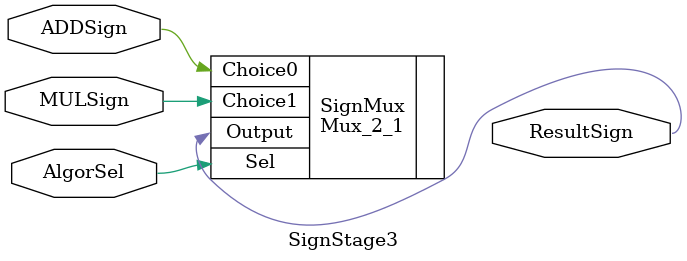
<source format=v>
`timescale 1ns / 1ps
module SignStage3( ADDSign , MULSign , AlgorSel ,  ResultSign 
    );
	 
	 input ADDSign , MULSign ;
	 input AlgorSel ;
	 output ResultSign ;
	 
	 Mux_2_1#(1) SignMux (
    .Choice0(ADDSign), 
    .Choice1(MULSign), 
    .Sel(AlgorSel), 
    .Output(ResultSign)
    );

endmodule

</source>
